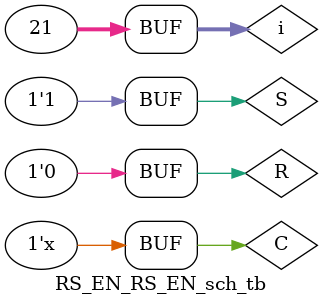
<source format=v>

`timescale 1ns / 1ps

module RS_EN_RS_EN_sch_tb();

// Inputs
   reg C;
   reg S;
   reg R;

// Output
   wire Q;
   wire Qn;

// Bidirs

// Instantiate the UUT
   RS_EN UUT (
		.Q(Q), 
		.Qn(Qn), 
		.C(C), 
		.S(S), 
		.R(R)
   );
	integer i;
// Initialize Inputs
 //  `ifdef auto_init
       initial begin
		C = 0;
		S = 0;
		R = 0;
		#40;
		S=0;
		R=0;
		S=1;
		R=0;
		#100;
		S=0;
		R=1;
		#100;
		S=1;
		R=1;
		#100;
		S=0;
		R=0;
		#100;
		S=1;
		R=0;
		end
		always@*
			for (i=0;i<=20;i=i+1)
			begin 
			#50;
			C<=~C;
		end
//   `endif
endmodule

</source>
